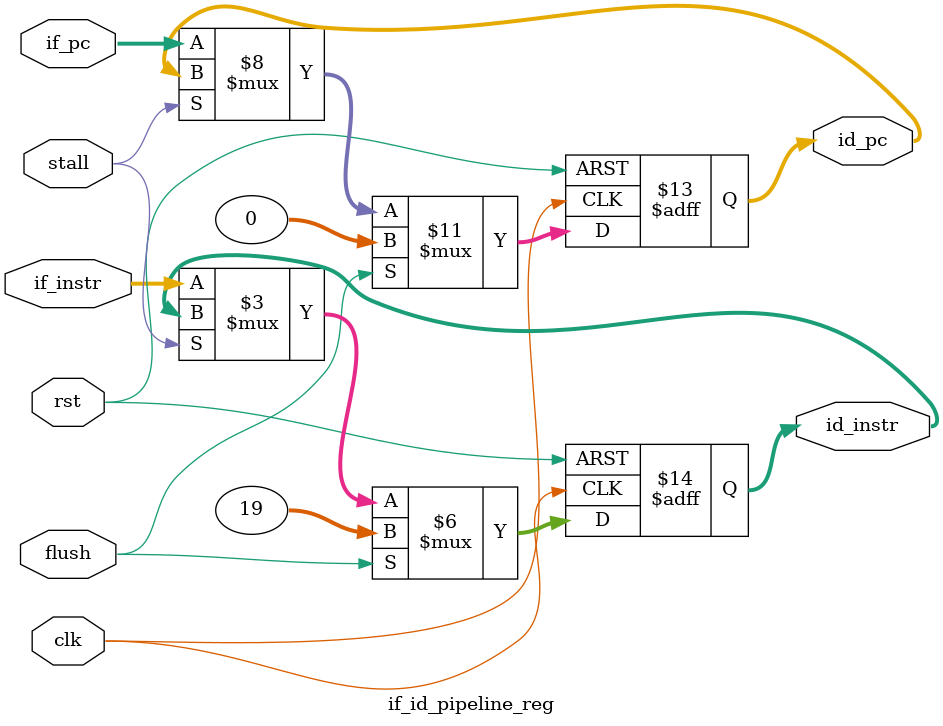
<source format=sv>

module if_id_pipeline_reg (
    input  logic        clk,       // System clock
    input  logic        rst,       // Synchronous reset (active high)
    input  logic        stall,     // Stall signal
    input  logic        flush,     // Flush signal

    input  logic [31:0] if_pc,     // PC from IF stage
    input  logic [31:0] if_instr,  // Instruction from IF stage

    output logic [31:0] id_pc,     // PC to ID stage
    output logic [31:0] id_instr   // Instruction to ID stage
);

    // Sequential logic: update IF/ID pipeline register
    always_ff @(posedge clk or posedge rst) begin
        if (rst) begin
            id_pc    <= 32'h00000000;
            id_instr <= 32'h00000000;
        end else if (flush) begin
            id_pc    <= 32'h00000000;   // Kill instruction (NOP)
            id_instr <= 32'h00000013;   // NOP instruction in RISC-V (ADDI x0,x0,0)
        end else if (!stall) begin
            id_pc    <= if_pc;
            id_instr <= if_instr;
        end
        // else: hold values (stall)
    end

endmodule


</source>
